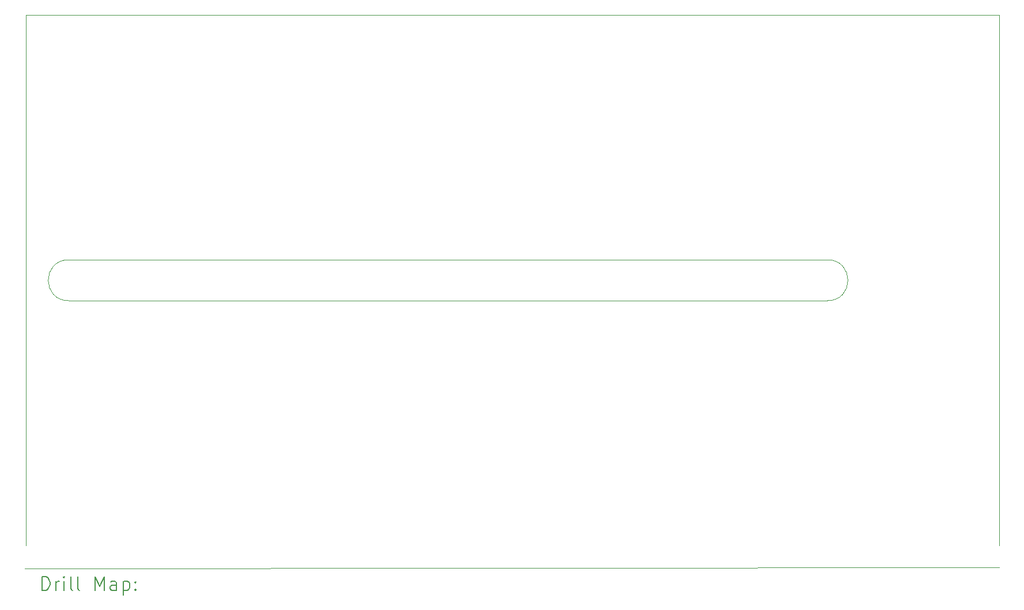
<source format=gbr>
%TF.GenerationSoftware,KiCad,Pcbnew,8.0.1*%
%TF.CreationDate,2024-04-01T00:46:39-05:00*%
%TF.ProjectId,sneksafe,736e656b-7361-4666-952e-6b696361645f,rev?*%
%TF.SameCoordinates,Original*%
%TF.FileFunction,Drillmap*%
%TF.FilePolarity,Positive*%
%FSLAX45Y45*%
G04 Gerber Fmt 4.5, Leading zero omitted, Abs format (unit mm)*
G04 Created by KiCad (PCBNEW 8.0.1) date 2024-04-01 00:46:39*
%MOMM*%
%LPD*%
G01*
G04 APERTURE LIST*
%ADD10C,0.100000*%
%ADD11C,0.200000*%
G04 APERTURE END LIST*
D10*
X8100000Y-6600000D02*
X22400000Y-6600000D01*
X19875000Y-10200000D02*
G75*
G02*
X19875000Y-10800000I0J-300000D01*
G01*
X14600000Y-10800000D02*
X19875000Y-10800000D01*
X8080000Y-14740000D02*
X22400000Y-14720000D01*
X19875000Y-10200000D02*
X14600000Y-10200000D01*
X14600000Y-10200000D02*
X8725000Y-10200000D01*
X8725000Y-10800000D02*
X14600000Y-10800000D01*
X8100000Y-6600000D02*
X8100000Y-14400000D01*
X22400000Y-14400000D02*
X22400000Y-6700000D01*
X22400000Y-6600000D02*
X22400000Y-6700000D01*
X8725000Y-10800000D02*
G75*
G02*
X8725000Y-10200000I0J300000D01*
G01*
D11*
X8335777Y-15056484D02*
X8335777Y-14856484D01*
X8335777Y-14856484D02*
X8383396Y-14856484D01*
X8383396Y-14856484D02*
X8411967Y-14866008D01*
X8411967Y-14866008D02*
X8431015Y-14885055D01*
X8431015Y-14885055D02*
X8440539Y-14904103D01*
X8440539Y-14904103D02*
X8450063Y-14942198D01*
X8450063Y-14942198D02*
X8450063Y-14970769D01*
X8450063Y-14970769D02*
X8440539Y-15008865D01*
X8440539Y-15008865D02*
X8431015Y-15027912D01*
X8431015Y-15027912D02*
X8411967Y-15046960D01*
X8411967Y-15046960D02*
X8383396Y-15056484D01*
X8383396Y-15056484D02*
X8335777Y-15056484D01*
X8535777Y-15056484D02*
X8535777Y-14923150D01*
X8535777Y-14961246D02*
X8545301Y-14942198D01*
X8545301Y-14942198D02*
X8554824Y-14932674D01*
X8554824Y-14932674D02*
X8573872Y-14923150D01*
X8573872Y-14923150D02*
X8592920Y-14923150D01*
X8659586Y-15056484D02*
X8659586Y-14923150D01*
X8659586Y-14856484D02*
X8650063Y-14866008D01*
X8650063Y-14866008D02*
X8659586Y-14875531D01*
X8659586Y-14875531D02*
X8669110Y-14866008D01*
X8669110Y-14866008D02*
X8659586Y-14856484D01*
X8659586Y-14856484D02*
X8659586Y-14875531D01*
X8783396Y-15056484D02*
X8764348Y-15046960D01*
X8764348Y-15046960D02*
X8754824Y-15027912D01*
X8754824Y-15027912D02*
X8754824Y-14856484D01*
X8888158Y-15056484D02*
X8869110Y-15046960D01*
X8869110Y-15046960D02*
X8859586Y-15027912D01*
X8859586Y-15027912D02*
X8859586Y-14856484D01*
X9116729Y-15056484D02*
X9116729Y-14856484D01*
X9116729Y-14856484D02*
X9183396Y-14999341D01*
X9183396Y-14999341D02*
X9250063Y-14856484D01*
X9250063Y-14856484D02*
X9250063Y-15056484D01*
X9431015Y-15056484D02*
X9431015Y-14951722D01*
X9431015Y-14951722D02*
X9421491Y-14932674D01*
X9421491Y-14932674D02*
X9402444Y-14923150D01*
X9402444Y-14923150D02*
X9364348Y-14923150D01*
X9364348Y-14923150D02*
X9345301Y-14932674D01*
X9431015Y-15046960D02*
X9411967Y-15056484D01*
X9411967Y-15056484D02*
X9364348Y-15056484D01*
X9364348Y-15056484D02*
X9345301Y-15046960D01*
X9345301Y-15046960D02*
X9335777Y-15027912D01*
X9335777Y-15027912D02*
X9335777Y-15008865D01*
X9335777Y-15008865D02*
X9345301Y-14989817D01*
X9345301Y-14989817D02*
X9364348Y-14980293D01*
X9364348Y-14980293D02*
X9411967Y-14980293D01*
X9411967Y-14980293D02*
X9431015Y-14970769D01*
X9526253Y-14923150D02*
X9526253Y-15123150D01*
X9526253Y-14932674D02*
X9545301Y-14923150D01*
X9545301Y-14923150D02*
X9583396Y-14923150D01*
X9583396Y-14923150D02*
X9602444Y-14932674D01*
X9602444Y-14932674D02*
X9611967Y-14942198D01*
X9611967Y-14942198D02*
X9621491Y-14961246D01*
X9621491Y-14961246D02*
X9621491Y-15018388D01*
X9621491Y-15018388D02*
X9611967Y-15037436D01*
X9611967Y-15037436D02*
X9602444Y-15046960D01*
X9602444Y-15046960D02*
X9583396Y-15056484D01*
X9583396Y-15056484D02*
X9545301Y-15056484D01*
X9545301Y-15056484D02*
X9526253Y-15046960D01*
X9707205Y-15037436D02*
X9716729Y-15046960D01*
X9716729Y-15046960D02*
X9707205Y-15056484D01*
X9707205Y-15056484D02*
X9697682Y-15046960D01*
X9697682Y-15046960D02*
X9707205Y-15037436D01*
X9707205Y-15037436D02*
X9707205Y-15056484D01*
X9707205Y-14932674D02*
X9716729Y-14942198D01*
X9716729Y-14942198D02*
X9707205Y-14951722D01*
X9707205Y-14951722D02*
X9697682Y-14942198D01*
X9697682Y-14942198D02*
X9707205Y-14932674D01*
X9707205Y-14932674D02*
X9707205Y-14951722D01*
M02*

</source>
